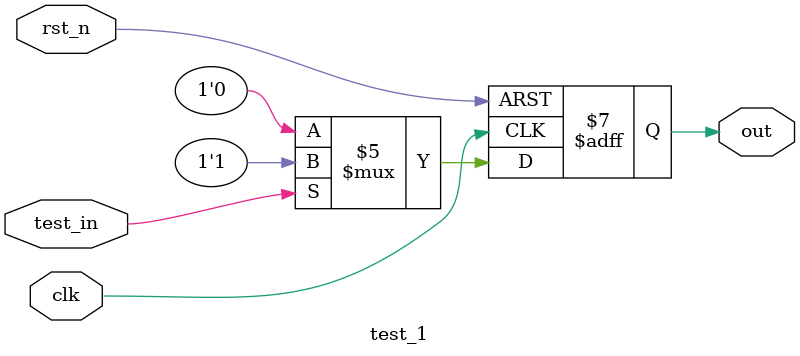
<source format=v>


module test_1(
        input                               clk                        ,
        input                               rst_n  ,
        input                               test_in,
        output reg out
    );
        always @(posedge clk or negedge rst_n)           
            begin                                        
                if(!rst_n)                               
                           out<=1'd0;                            
                else if(test_in==1)
                begin
                    out<=1'd1;
                end 
                else
                begin
                    out<=1'd0;
                end                               
                                                                                            
            end                                          


endmodule

</source>
